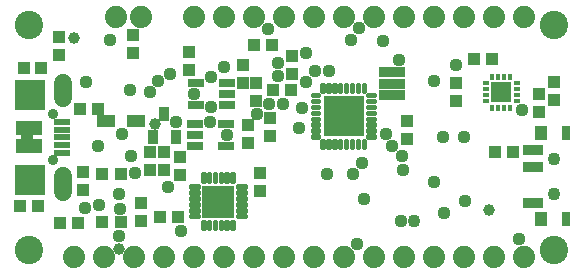
<source format=gbr>
G04 EAGLE Gerber RS-274X export*
G75*
%MOMM*%
%FSLAX34Y34*%
%LPD*%
%INSoldermask Top*%
%IPPOS*%
%AMOC8*
5,1,8,0,0,1.08239X$1,22.5*%
G01*
%ADD10C,2.403200*%
%ADD11R,1.003200X1.003200*%
%ADD12R,1.403200X0.753200*%
%ADD13R,1.553200X1.003200*%
%ADD14C,1.879600*%
%ADD15R,1.103200X1.103200*%
%ADD16C,0.343072*%
%ADD17R,2.703200X2.703200*%
%ADD18R,1.450000X0.500000*%
%ADD19R,2.203200X1.203200*%
%ADD20C,1.511200*%
%ADD21R,2.616200X2.616200*%
%ADD22C,0.903200*%
%ADD23R,0.838200X1.219200*%
%ADD24C,0.326303*%
%ADD25R,3.403200X3.403200*%
%ADD26R,1.703200X0.903200*%
%ADD27R,0.803200X1.203200*%
%ADD28R,1.003200X1.203200*%
%ADD29C,1.103200*%
%ADD30R,1.800000X1.800000*%
%ADD31R,0.453200X0.603200*%
%ADD32R,0.603200X0.453200*%
%ADD33R,2.203200X0.903200*%
%ADD34C,1.109600*%
%ADD35C,1.003300*%
%ADD36C,1.117600*%
%ADD37C,1.092200*%


D10*
X463550Y19050D03*
X463550Y209550D03*
X19050Y19050D03*
X19050Y209550D03*
D11*
X200260Y160070D03*
X200260Y175310D03*
D12*
X186991Y141630D03*
X186991Y151130D03*
X186991Y160630D03*
X160989Y160630D03*
X160989Y141630D03*
D13*
X84455Y128270D03*
X109855Y128270D03*
D14*
X438150Y12700D03*
X412750Y12700D03*
X387350Y12700D03*
X361950Y12700D03*
X336550Y12700D03*
X311150Y12700D03*
X285750Y12700D03*
X260350Y12700D03*
X234950Y12700D03*
X209550Y12700D03*
X184150Y12700D03*
X158750Y12700D03*
X133350Y12700D03*
X107950Y12700D03*
X82550Y12700D03*
X57150Y12700D03*
X158750Y215900D03*
X184150Y215900D03*
X209550Y215900D03*
X234950Y215900D03*
X260350Y215900D03*
X285750Y215900D03*
X311150Y215900D03*
X336550Y215900D03*
X361950Y215900D03*
X387350Y215900D03*
X412750Y215900D03*
X438150Y215900D03*
D12*
X159719Y125705D03*
X159719Y116205D03*
X159719Y106705D03*
X185721Y106705D03*
X185721Y125705D03*
D11*
X11550Y55880D03*
X26550Y55880D03*
X45720Y41910D03*
X60960Y41910D03*
X154940Y186690D03*
X154940Y171450D03*
D15*
X97535Y42365D03*
X97535Y83365D03*
X81535Y42365D03*
X81535Y83365D03*
D11*
X29725Y173355D03*
X14725Y173355D03*
X44450Y199390D03*
X44450Y184150D03*
D16*
X156404Y72891D02*
X163006Y72891D01*
X163006Y71489D01*
X156404Y71489D01*
X156404Y72891D01*
X156404Y67891D02*
X163006Y67891D01*
X163006Y66489D01*
X156404Y66489D01*
X156404Y67891D01*
X156404Y62891D02*
X163006Y62891D01*
X163006Y61489D01*
X156404Y61489D01*
X156404Y62891D01*
X156404Y57891D02*
X163006Y57891D01*
X163006Y56489D01*
X156404Y56489D01*
X156404Y57891D01*
X156404Y52891D02*
X163006Y52891D01*
X163006Y51489D01*
X156404Y51489D01*
X156404Y52891D01*
X156404Y47891D02*
X163006Y47891D01*
X163006Y46489D01*
X156404Y46489D01*
X156404Y47891D01*
X167906Y42991D02*
X167906Y36389D01*
X166504Y36389D01*
X166504Y42991D01*
X167906Y42991D01*
X167906Y39648D02*
X166504Y39648D01*
X166504Y42907D02*
X167906Y42907D01*
X172906Y42991D02*
X172906Y36389D01*
X171504Y36389D01*
X171504Y42991D01*
X172906Y42991D01*
X172906Y39648D02*
X171504Y39648D01*
X171504Y42907D02*
X172906Y42907D01*
X177906Y42991D02*
X177906Y36389D01*
X176504Y36389D01*
X176504Y42991D01*
X177906Y42991D01*
X177906Y39648D02*
X176504Y39648D01*
X176504Y42907D02*
X177906Y42907D01*
X182906Y42991D02*
X182906Y36389D01*
X181504Y36389D01*
X181504Y42991D01*
X182906Y42991D01*
X182906Y39648D02*
X181504Y39648D01*
X181504Y42907D02*
X182906Y42907D01*
X187906Y42991D02*
X187906Y36389D01*
X186504Y36389D01*
X186504Y42991D01*
X187906Y42991D01*
X187906Y39648D02*
X186504Y39648D01*
X186504Y42907D02*
X187906Y42907D01*
X192906Y42991D02*
X192906Y36389D01*
X191504Y36389D01*
X191504Y42991D01*
X192906Y42991D01*
X192906Y39648D02*
X191504Y39648D01*
X191504Y42907D02*
X192906Y42907D01*
X196404Y46489D02*
X203006Y46489D01*
X196404Y46489D02*
X196404Y47891D01*
X203006Y47891D01*
X203006Y46489D01*
X203006Y51489D02*
X196404Y51489D01*
X196404Y52891D01*
X203006Y52891D01*
X203006Y51489D01*
X203006Y56489D02*
X196404Y56489D01*
X196404Y57891D01*
X203006Y57891D01*
X203006Y56489D01*
X203006Y61489D02*
X196404Y61489D01*
X196404Y62891D01*
X203006Y62891D01*
X203006Y61489D01*
X203006Y66489D02*
X196404Y66489D01*
X196404Y67891D01*
X203006Y67891D01*
X203006Y66489D01*
X203006Y71489D02*
X196404Y71489D01*
X196404Y72891D01*
X203006Y72891D01*
X203006Y71489D01*
X191504Y76389D02*
X191504Y82991D01*
X192906Y82991D01*
X192906Y76389D01*
X191504Y76389D01*
X191504Y79648D02*
X192906Y79648D01*
X192906Y82907D02*
X191504Y82907D01*
X186504Y82991D02*
X186504Y76389D01*
X186504Y82991D02*
X187906Y82991D01*
X187906Y76389D01*
X186504Y76389D01*
X186504Y79648D02*
X187906Y79648D01*
X187906Y82907D02*
X186504Y82907D01*
X181504Y82991D02*
X181504Y76389D01*
X181504Y82991D02*
X182906Y82991D01*
X182906Y76389D01*
X181504Y76389D01*
X181504Y79648D02*
X182906Y79648D01*
X182906Y82907D02*
X181504Y82907D01*
X176504Y82991D02*
X176504Y76389D01*
X176504Y82991D02*
X177906Y82991D01*
X177906Y76389D01*
X176504Y76389D01*
X176504Y79648D02*
X177906Y79648D01*
X177906Y82907D02*
X176504Y82907D01*
X171504Y82991D02*
X171504Y76389D01*
X171504Y82991D02*
X172906Y82991D01*
X172906Y76389D01*
X171504Y76389D01*
X171504Y79648D02*
X172906Y79648D01*
X172906Y82907D02*
X171504Y82907D01*
X166504Y82991D02*
X166504Y76389D01*
X166504Y82991D02*
X167906Y82991D01*
X167906Y76389D01*
X166504Y76389D01*
X166504Y79648D02*
X167906Y79648D01*
X167906Y82907D02*
X166504Y82907D01*
D17*
X179705Y59690D03*
D18*
X47120Y127300D03*
X47120Y120800D03*
X47120Y114300D03*
X47120Y107800D03*
X47120Y101300D03*
D19*
X19370Y121800D03*
X19370Y106800D03*
D20*
X48370Y147300D02*
X48370Y160380D01*
X48370Y81300D02*
X48370Y68220D01*
D21*
X20370Y150300D03*
X20370Y78300D03*
D22*
X39370Y133800D03*
X39370Y94800D03*
D11*
X225425Y192405D03*
X210185Y192405D03*
X64770Y69723D03*
X64770Y84963D03*
D23*
X124485Y114460D03*
X143485Y114460D03*
X133985Y134460D03*
D11*
X211455Y160020D03*
X211455Y144780D03*
X114300Y59055D03*
X114300Y43815D03*
X204470Y109220D03*
X204470Y124460D03*
X339725Y113030D03*
X339725Y128270D03*
X226060Y154305D03*
X241300Y154305D03*
X241935Y183515D03*
X241935Y168275D03*
D24*
X306365Y115215D02*
X312135Y115215D01*
X312135Y113945D01*
X306365Y113945D01*
X306365Y115215D01*
X306365Y120215D02*
X312135Y120215D01*
X312135Y118945D01*
X306365Y118945D01*
X306365Y120215D01*
X306365Y125215D02*
X312135Y125215D01*
X312135Y123945D01*
X306365Y123945D01*
X306365Y125215D01*
X306365Y130215D02*
X312135Y130215D01*
X312135Y128945D01*
X306365Y128945D01*
X306365Y130215D01*
X306365Y135215D02*
X312135Y135215D01*
X312135Y133945D01*
X306365Y133945D01*
X306365Y135215D01*
X306365Y140215D02*
X312135Y140215D01*
X312135Y138945D01*
X306365Y138945D01*
X306365Y140215D01*
X306365Y145215D02*
X312135Y145215D01*
X312135Y143945D01*
X306365Y143945D01*
X306365Y145215D01*
X306365Y150215D02*
X312135Y150215D01*
X312135Y148945D01*
X306365Y148945D01*
X306365Y150215D01*
X303885Y158465D02*
X302615Y158465D01*
X303885Y158465D02*
X303885Y152695D01*
X302615Y152695D01*
X302615Y158465D01*
X302615Y155795D02*
X303885Y155795D01*
X298885Y158465D02*
X297615Y158465D01*
X298885Y158465D02*
X298885Y152695D01*
X297615Y152695D01*
X297615Y158465D01*
X297615Y155795D02*
X298885Y155795D01*
X293885Y158465D02*
X292615Y158465D01*
X293885Y158465D02*
X293885Y152695D01*
X292615Y152695D01*
X292615Y158465D01*
X292615Y155795D02*
X293885Y155795D01*
X288885Y158465D02*
X287615Y158465D01*
X288885Y158465D02*
X288885Y152695D01*
X287615Y152695D01*
X287615Y158465D01*
X287615Y155795D02*
X288885Y155795D01*
X283885Y158465D02*
X282615Y158465D01*
X283885Y158465D02*
X283885Y152695D01*
X282615Y152695D01*
X282615Y158465D01*
X282615Y155795D02*
X283885Y155795D01*
X278885Y158465D02*
X277615Y158465D01*
X278885Y158465D02*
X278885Y152695D01*
X277615Y152695D01*
X277615Y158465D01*
X277615Y155795D02*
X278885Y155795D01*
X273885Y158465D02*
X272615Y158465D01*
X273885Y158465D02*
X273885Y152695D01*
X272615Y152695D01*
X272615Y158465D01*
X272615Y155795D02*
X273885Y155795D01*
X268885Y158465D02*
X267615Y158465D01*
X268885Y158465D02*
X268885Y152695D01*
X267615Y152695D01*
X267615Y158465D01*
X267615Y155795D02*
X268885Y155795D01*
X265135Y150215D02*
X259365Y150215D01*
X265135Y150215D02*
X265135Y148945D01*
X259365Y148945D01*
X259365Y150215D01*
X259365Y145215D02*
X265135Y145215D01*
X265135Y143945D01*
X259365Y143945D01*
X259365Y145215D01*
X259365Y140215D02*
X265135Y140215D01*
X265135Y138945D01*
X259365Y138945D01*
X259365Y140215D01*
X259365Y135215D02*
X265135Y135215D01*
X265135Y133945D01*
X259365Y133945D01*
X259365Y135215D01*
X259365Y130215D02*
X265135Y130215D01*
X265135Y128945D01*
X259365Y128945D01*
X259365Y130215D01*
X259365Y125215D02*
X265135Y125215D01*
X265135Y123945D01*
X259365Y123945D01*
X259365Y125215D01*
X259365Y120215D02*
X265135Y120215D01*
X265135Y118945D01*
X259365Y118945D01*
X259365Y120215D01*
X259365Y115215D02*
X265135Y115215D01*
X265135Y113945D01*
X259365Y113945D01*
X259365Y115215D01*
X267615Y111465D02*
X268885Y111465D01*
X268885Y105695D01*
X267615Y105695D01*
X267615Y111465D01*
X267615Y108795D02*
X268885Y108795D01*
X272615Y111465D02*
X273885Y111465D01*
X273885Y105695D01*
X272615Y105695D01*
X272615Y111465D01*
X272615Y108795D02*
X273885Y108795D01*
X277615Y111465D02*
X278885Y111465D01*
X278885Y105695D01*
X277615Y105695D01*
X277615Y111465D01*
X277615Y108795D02*
X278885Y108795D01*
X282615Y111465D02*
X283885Y111465D01*
X283885Y105695D01*
X282615Y105695D01*
X282615Y111465D01*
X282615Y108795D02*
X283885Y108795D01*
X287615Y111465D02*
X288885Y111465D01*
X288885Y105695D01*
X287615Y105695D01*
X287615Y111465D01*
X287615Y108795D02*
X288885Y108795D01*
X292615Y111465D02*
X293885Y111465D01*
X293885Y105695D01*
X292615Y105695D01*
X292615Y111465D01*
X292615Y108795D02*
X293885Y108795D01*
X297615Y111465D02*
X298885Y111465D01*
X298885Y105695D01*
X297615Y105695D01*
X297615Y111465D01*
X297615Y108795D02*
X298885Y108795D01*
X302615Y111465D02*
X303885Y111465D01*
X303885Y105695D01*
X302615Y105695D01*
X302615Y111465D01*
X302615Y108795D02*
X303885Y108795D01*
D25*
X285750Y132080D03*
D11*
X215265Y68580D03*
X215265Y83820D03*
X62865Y138430D03*
X78105Y138430D03*
X223317Y130921D03*
X223317Y115681D03*
X145415Y46990D03*
X130175Y46990D03*
X121920Y86360D03*
X121920Y101600D03*
X133350Y86360D03*
X133350Y101600D03*
X147320Y97790D03*
X147320Y82550D03*
D26*
X446050Y103780D03*
X446050Y88780D03*
X446050Y58780D03*
D27*
X473550Y117780D03*
D28*
X452550Y117780D03*
D27*
X473550Y44780D03*
D28*
X452550Y44780D03*
D29*
X463550Y96280D03*
X463550Y66280D03*
D14*
X92710Y215900D03*
D11*
X107696Y200660D03*
X107696Y185420D03*
D14*
X114300Y215900D03*
D11*
X414020Y101600D03*
X429260Y101600D03*
D30*
X419100Y152400D03*
D31*
X426600Y165400D03*
X421600Y165400D03*
X416600Y165400D03*
X411600Y165400D03*
D32*
X406100Y159900D03*
X406100Y154900D03*
X406100Y149900D03*
X406100Y144900D03*
D31*
X411600Y139400D03*
X416600Y139400D03*
X421600Y139400D03*
X426600Y139400D03*
D32*
X432100Y144900D03*
X432100Y149900D03*
X432100Y154900D03*
X432100Y159900D03*
D11*
X381000Y160020D03*
X381000Y144780D03*
X411480Y180340D03*
X396240Y180340D03*
X464058Y160782D03*
X464058Y145542D03*
X450850Y151130D03*
X450850Y135890D03*
D33*
X326390Y149766D03*
X326390Y159766D03*
X326390Y169766D03*
D34*
X17780Y114300D03*
X109220Y83820D03*
X67310Y161290D03*
X139065Y168275D03*
X98425Y116840D03*
X173355Y165100D03*
D35*
X95250Y19685D03*
D34*
X180340Y62230D03*
X283210Y121920D03*
X221996Y205994D03*
X298450Y207010D03*
X336296Y86360D03*
X96520Y53975D03*
X361950Y76200D03*
X172283Y127482D03*
X147955Y35052D03*
X87630Y196850D03*
X186690Y116277D03*
X106045Y98425D03*
X122134Y152741D03*
X104912Y154091D03*
X128905Y161925D03*
X66675Y54610D03*
X78740Y57150D03*
X158750Y151130D03*
X229870Y166624D03*
X292100Y196850D03*
X229870Y177165D03*
X332359Y180086D03*
X436886Y137154D03*
X369926Y114179D03*
X95250Y31115D03*
X271780Y83185D03*
X212725Y133985D03*
X254000Y185420D03*
X95250Y66040D03*
X77470Y106680D03*
X184150Y173990D03*
D36*
X387350Y114300D03*
D34*
X273050Y170180D03*
X247650Y122301D03*
D36*
X380746Y175514D03*
X434340Y28448D03*
D34*
X261620Y170180D03*
D35*
X57150Y198120D03*
D34*
X254000Y161290D03*
X250571Y139294D03*
X137160Y72390D03*
X334010Y43180D03*
D37*
X345440Y43815D03*
D34*
X335280Y98425D03*
X297180Y24130D03*
X293250Y83305D03*
D36*
X222885Y142240D03*
D34*
X327025Y106680D03*
X321564Y116840D03*
X370830Y49824D03*
X303316Y62016D03*
X301625Y92710D03*
X234315Y142240D03*
X318770Y196215D03*
X362092Y162418D03*
X388445Y60785D03*
X173553Y139700D03*
X143510Y127000D03*
D35*
X125829Y125829D03*
X408389Y52789D03*
M02*

</source>
